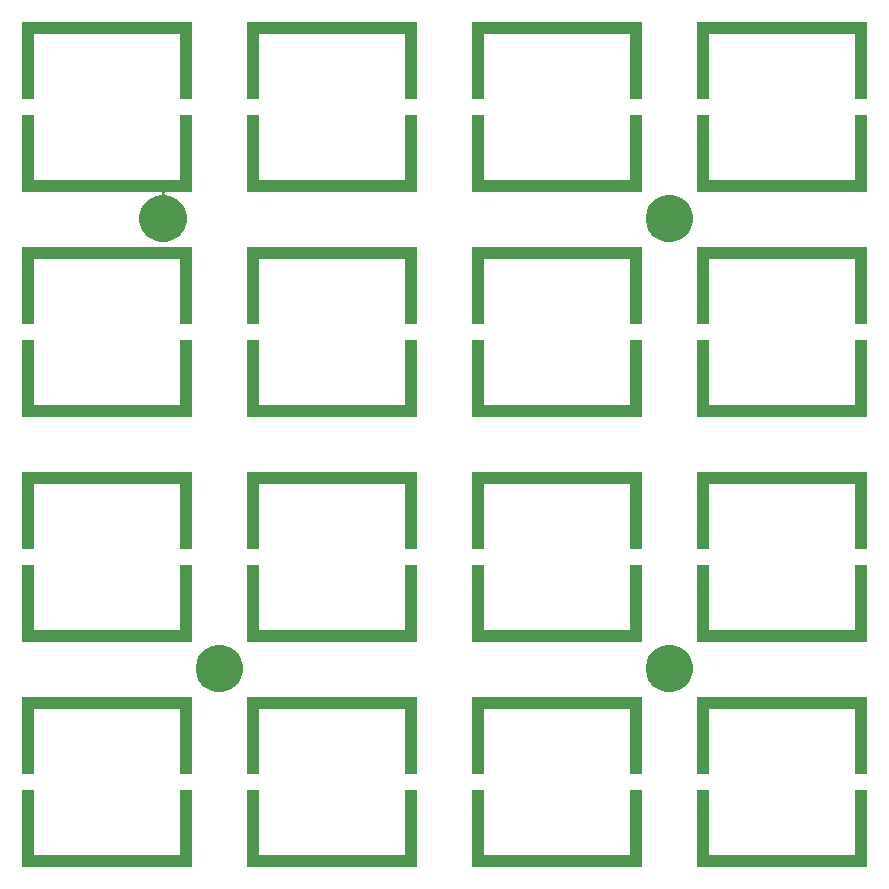
<source format=gbs>
G04 #@! TF.GenerationSoftware,KiCad,Pcbnew,(5.0.1)-3*
G04 #@! TF.CreationDate,2020-04-26T02:34:00+05:00*
G04 #@! TF.ProjectId,hybrid_plate,6879627269645F706C6174652E6B6963,rev?*
G04 #@! TF.SameCoordinates,Original*
G04 #@! TF.FileFunction,Soldermask,Bot*
G04 #@! TF.FilePolarity,Negative*
%FSLAX46Y46*%
G04 Gerber Fmt 4.6, Leading zero omitted, Abs format (unit mm)*
G04 Created by KiCad (PCBNEW (5.0.1)-3) date 26.04.2020 2:34:00*
%MOMM*%
%LPD*%
G01*
G04 APERTURE LIST*
%ADD10C,0.150000*%
G04 APERTURE END LIST*
D10*
G36*
X311869999Y-164339999D02*
X311869998Y-164339999D01*
X311870000Y-164340000D01*
X311870001Y-164340001D01*
X311870605Y-164346137D01*
X311870605Y-169714395D01*
X311873007Y-169738781D01*
X311880120Y-169762230D01*
X311891671Y-169783841D01*
X311907217Y-169802783D01*
X311926159Y-169818329D01*
X311947770Y-169829880D01*
X311971219Y-169836993D01*
X311995605Y-169839395D01*
X324144395Y-169839395D01*
X324168781Y-169836993D01*
X324192230Y-169829880D01*
X324213841Y-169818329D01*
X324232783Y-169802783D01*
X324248329Y-169783841D01*
X324259880Y-169762230D01*
X324266993Y-169738781D01*
X324269395Y-169714395D01*
X324269395Y-164346137D01*
X324269999Y-164340001D01*
X324270000Y-164340000D01*
X324270002Y-164339999D01*
X324270001Y-164339999D01*
X324276137Y-164339395D01*
X325263863Y-164339395D01*
X325269999Y-164339999D01*
X325269998Y-164339999D01*
X325270000Y-164340000D01*
X325270001Y-164340001D01*
X325270605Y-164346137D01*
X325270605Y-170833863D01*
X325270001Y-170839999D01*
X325269999Y-170840001D01*
X325263863Y-170840605D01*
X310876137Y-170840605D01*
X310870001Y-170840001D01*
X310869999Y-170839999D01*
X310869395Y-170833863D01*
X310869395Y-164346137D01*
X310869999Y-164340001D01*
X310870000Y-164340000D01*
X310870002Y-164339999D01*
X310870001Y-164339999D01*
X310876137Y-164339395D01*
X311863863Y-164339395D01*
X311869999Y-164339999D01*
X311869999Y-164339999D01*
G37*
G36*
X292819999Y-164339999D02*
X292819998Y-164339999D01*
X292820000Y-164340000D01*
X292820001Y-164340001D01*
X292820605Y-164346137D01*
X292820605Y-169714395D01*
X292823007Y-169738781D01*
X292830120Y-169762230D01*
X292841671Y-169783841D01*
X292857217Y-169802783D01*
X292876159Y-169818329D01*
X292897770Y-169829880D01*
X292921219Y-169836993D01*
X292945605Y-169839395D01*
X305094395Y-169839395D01*
X305118781Y-169836993D01*
X305142230Y-169829880D01*
X305163841Y-169818329D01*
X305182783Y-169802783D01*
X305198329Y-169783841D01*
X305209880Y-169762230D01*
X305216993Y-169738781D01*
X305219395Y-169714395D01*
X305219395Y-164346137D01*
X305219999Y-164340001D01*
X305220000Y-164340000D01*
X305220002Y-164339999D01*
X305220001Y-164339999D01*
X305226137Y-164339395D01*
X306213863Y-164339395D01*
X306219999Y-164339999D01*
X306219998Y-164339999D01*
X306220000Y-164340000D01*
X306220001Y-164340001D01*
X306220605Y-164346137D01*
X306220605Y-170833863D01*
X306220001Y-170839999D01*
X306219999Y-170840001D01*
X306213863Y-170840605D01*
X291826137Y-170840605D01*
X291820001Y-170840001D01*
X291819999Y-170839999D01*
X291819395Y-170833863D01*
X291819395Y-164346137D01*
X291819999Y-164340001D01*
X291820000Y-164340000D01*
X291820002Y-164339999D01*
X291820001Y-164339999D01*
X291826137Y-164339395D01*
X292813863Y-164339395D01*
X292819999Y-164339999D01*
X292819999Y-164339999D01*
G37*
G36*
X273769999Y-164339999D02*
X273769998Y-164339999D01*
X273770000Y-164340000D01*
X273770001Y-164340001D01*
X273770605Y-164346137D01*
X273770605Y-169714395D01*
X273773007Y-169738781D01*
X273780120Y-169762230D01*
X273791671Y-169783841D01*
X273807217Y-169802783D01*
X273826159Y-169818329D01*
X273847770Y-169829880D01*
X273871219Y-169836993D01*
X273895605Y-169839395D01*
X286044395Y-169839395D01*
X286068781Y-169836993D01*
X286092230Y-169829880D01*
X286113841Y-169818329D01*
X286132783Y-169802783D01*
X286148329Y-169783841D01*
X286159880Y-169762230D01*
X286166993Y-169738781D01*
X286169395Y-169714395D01*
X286169395Y-164346137D01*
X286169999Y-164340001D01*
X286170000Y-164340000D01*
X286170002Y-164339999D01*
X286170001Y-164339999D01*
X286176137Y-164339395D01*
X287163863Y-164339395D01*
X287169999Y-164339999D01*
X287169998Y-164339999D01*
X287170000Y-164340000D01*
X287170001Y-164340001D01*
X287170605Y-164346137D01*
X287170605Y-170833863D01*
X287170001Y-170839999D01*
X287169999Y-170840001D01*
X287163863Y-170840605D01*
X272776137Y-170840605D01*
X272770001Y-170840001D01*
X272769999Y-170839999D01*
X272769395Y-170833863D01*
X272769395Y-164346137D01*
X272769999Y-164340001D01*
X272770000Y-164340000D01*
X272770002Y-164339999D01*
X272770001Y-164339999D01*
X272776137Y-164339395D01*
X273763863Y-164339395D01*
X273769999Y-164339999D01*
X273769999Y-164339999D01*
G37*
G36*
X254719999Y-164339999D02*
X254719998Y-164339999D01*
X254720000Y-164340000D01*
X254720001Y-164340001D01*
X254720605Y-164346137D01*
X254720605Y-169714395D01*
X254723007Y-169738781D01*
X254730120Y-169762230D01*
X254741671Y-169783841D01*
X254757217Y-169802783D01*
X254776159Y-169818329D01*
X254797770Y-169829880D01*
X254821219Y-169836993D01*
X254845605Y-169839395D01*
X266994395Y-169839395D01*
X267018781Y-169836993D01*
X267042230Y-169829880D01*
X267063841Y-169818329D01*
X267082783Y-169802783D01*
X267098329Y-169783841D01*
X267109880Y-169762230D01*
X267116993Y-169738781D01*
X267119395Y-169714395D01*
X267119395Y-164346137D01*
X267119999Y-164340001D01*
X267120001Y-164339999D01*
X267126137Y-164339395D01*
X268113863Y-164339395D01*
X268119999Y-164339999D01*
X268119998Y-164339999D01*
X268120000Y-164340000D01*
X268120001Y-164340001D01*
X268120605Y-164346137D01*
X268120605Y-170833863D01*
X268120001Y-170839999D01*
X268119999Y-170840001D01*
X268113863Y-170840605D01*
X253726137Y-170840605D01*
X253720001Y-170840001D01*
X253719999Y-170839999D01*
X253719395Y-170833863D01*
X253719395Y-164346137D01*
X253719999Y-164340001D01*
X253720001Y-164339999D01*
X253726137Y-164339395D01*
X254713863Y-164339395D01*
X254719999Y-164339999D01*
X254719999Y-164339999D01*
G37*
G36*
X325269999Y-156439999D02*
X325269998Y-156439999D01*
X325270000Y-156440000D01*
X325270001Y-156440001D01*
X325270605Y-156446137D01*
X325270605Y-162933863D01*
X325270001Y-162939999D01*
X325269999Y-162940001D01*
X325263863Y-162940605D01*
X324276137Y-162940605D01*
X324270001Y-162940001D01*
X324269999Y-162939999D01*
X324269395Y-162933863D01*
X324269395Y-157565605D01*
X324266993Y-157541219D01*
X324259880Y-157517770D01*
X324248329Y-157496159D01*
X324232783Y-157477217D01*
X324213841Y-157461671D01*
X324192230Y-157450120D01*
X324168781Y-157443007D01*
X324144395Y-157440605D01*
X311995605Y-157440605D01*
X311971219Y-157443007D01*
X311947770Y-157450120D01*
X311926159Y-157461671D01*
X311907217Y-157477217D01*
X311891671Y-157496159D01*
X311880120Y-157517770D01*
X311873007Y-157541219D01*
X311870605Y-157565605D01*
X311870605Y-162933863D01*
X311870001Y-162939999D01*
X311869999Y-162940001D01*
X311863863Y-162940605D01*
X310876137Y-162940605D01*
X310870001Y-162940001D01*
X310869999Y-162939999D01*
X310869395Y-162933863D01*
X310869395Y-156446137D01*
X310869999Y-156440001D01*
X310870000Y-156440000D01*
X310870002Y-156439999D01*
X310870001Y-156439999D01*
X310876137Y-156439395D01*
X325263863Y-156439395D01*
X325269999Y-156439999D01*
X325269999Y-156439999D01*
G37*
G36*
X306219999Y-156439999D02*
X306219998Y-156439999D01*
X306220000Y-156440000D01*
X306220001Y-156440001D01*
X306220605Y-156446137D01*
X306220605Y-162933863D01*
X306220001Y-162939999D01*
X306219999Y-162940001D01*
X306213863Y-162940605D01*
X305226137Y-162940605D01*
X305220001Y-162940001D01*
X305219999Y-162939999D01*
X305219395Y-162933863D01*
X305219395Y-157565605D01*
X305216993Y-157541219D01*
X305209880Y-157517770D01*
X305198329Y-157496159D01*
X305182783Y-157477217D01*
X305163841Y-157461671D01*
X305142230Y-157450120D01*
X305118781Y-157443007D01*
X305094395Y-157440605D01*
X292945605Y-157440605D01*
X292921219Y-157443007D01*
X292897770Y-157450120D01*
X292876159Y-157461671D01*
X292857217Y-157477217D01*
X292841671Y-157496159D01*
X292830120Y-157517770D01*
X292823007Y-157541219D01*
X292820605Y-157565605D01*
X292820605Y-162933863D01*
X292820001Y-162939999D01*
X292819999Y-162940001D01*
X292813863Y-162940605D01*
X291826137Y-162940605D01*
X291820001Y-162940001D01*
X291819999Y-162939999D01*
X291819395Y-162933863D01*
X291819395Y-156446137D01*
X291819999Y-156440001D01*
X291820000Y-156440000D01*
X291820002Y-156439999D01*
X291820001Y-156439999D01*
X291826137Y-156439395D01*
X306213863Y-156439395D01*
X306219999Y-156439999D01*
X306219999Y-156439999D01*
G37*
G36*
X287169999Y-156439999D02*
X287169998Y-156439999D01*
X287170000Y-156440000D01*
X287170001Y-156440001D01*
X287170605Y-156446137D01*
X287170605Y-162933863D01*
X287170001Y-162939999D01*
X287169999Y-162940001D01*
X287163863Y-162940605D01*
X286176137Y-162940605D01*
X286170001Y-162940001D01*
X286169999Y-162939999D01*
X286169395Y-162933863D01*
X286169395Y-157565605D01*
X286166993Y-157541219D01*
X286159880Y-157517770D01*
X286148329Y-157496159D01*
X286132783Y-157477217D01*
X286113841Y-157461671D01*
X286092230Y-157450120D01*
X286068781Y-157443007D01*
X286044395Y-157440605D01*
X273895605Y-157440605D01*
X273871219Y-157443007D01*
X273847770Y-157450120D01*
X273826159Y-157461671D01*
X273807217Y-157477217D01*
X273791671Y-157496159D01*
X273780120Y-157517770D01*
X273773007Y-157541219D01*
X273770605Y-157565605D01*
X273770605Y-162933863D01*
X273770001Y-162939999D01*
X273769999Y-162940001D01*
X273763863Y-162940605D01*
X272776137Y-162940605D01*
X272770001Y-162940001D01*
X272769999Y-162939999D01*
X272769395Y-162933863D01*
X272769395Y-156446137D01*
X272769999Y-156440001D01*
X272770000Y-156440000D01*
X272770002Y-156439999D01*
X272770001Y-156439999D01*
X272776137Y-156439395D01*
X287163863Y-156439395D01*
X287169999Y-156439999D01*
X287169999Y-156439999D01*
G37*
G36*
X268119999Y-156439999D02*
X268119998Y-156439999D01*
X268120000Y-156440000D01*
X268120001Y-156440001D01*
X268120605Y-156446137D01*
X268120605Y-162933863D01*
X268120001Y-162939999D01*
X268119999Y-162940001D01*
X268113863Y-162940605D01*
X267126137Y-162940605D01*
X267120001Y-162940001D01*
X267119999Y-162939999D01*
X267119395Y-162933863D01*
X267119395Y-157565605D01*
X267116993Y-157541219D01*
X267109880Y-157517770D01*
X267098329Y-157496159D01*
X267082783Y-157477217D01*
X267063841Y-157461671D01*
X267042230Y-157450120D01*
X267018781Y-157443007D01*
X266994395Y-157440605D01*
X254845605Y-157440605D01*
X254821219Y-157443007D01*
X254797770Y-157450120D01*
X254776159Y-157461671D01*
X254757217Y-157477217D01*
X254741671Y-157496159D01*
X254730120Y-157517770D01*
X254723007Y-157541219D01*
X254720605Y-157565605D01*
X254720605Y-162933863D01*
X254720001Y-162939999D01*
X254719999Y-162940001D01*
X254713863Y-162940605D01*
X253726137Y-162940605D01*
X253720001Y-162940001D01*
X253719999Y-162939999D01*
X253719395Y-162933863D01*
X253719395Y-156446137D01*
X253719999Y-156440001D01*
X253720001Y-156439999D01*
X253726137Y-156439395D01*
X268113863Y-156439395D01*
X268119999Y-156439999D01*
X268119999Y-156439999D01*
G37*
G36*
X309103378Y-152116859D02*
X309467354Y-152267622D01*
X309794929Y-152486501D01*
X310073499Y-152765071D01*
X310292378Y-153092646D01*
X310443141Y-153456622D01*
X310520000Y-153843016D01*
X310520000Y-154236984D01*
X310443141Y-154623378D01*
X310292378Y-154987354D01*
X310073499Y-155314929D01*
X309794929Y-155593499D01*
X309467354Y-155812378D01*
X309103378Y-155963141D01*
X308716984Y-156040000D01*
X308323016Y-156040000D01*
X307936622Y-155963141D01*
X307572646Y-155812378D01*
X307245071Y-155593499D01*
X306966501Y-155314929D01*
X306747622Y-154987354D01*
X306596859Y-154623378D01*
X306520000Y-154236984D01*
X306520000Y-153843016D01*
X306596859Y-153456622D01*
X306747622Y-153092646D01*
X306966501Y-152765071D01*
X307245071Y-152486501D01*
X307572646Y-152267622D01*
X307936622Y-152116859D01*
X308323016Y-152040000D01*
X308716984Y-152040000D01*
X309103378Y-152116859D01*
X309103378Y-152116859D01*
G37*
G36*
X271003378Y-152116859D02*
X271367354Y-152267622D01*
X271694929Y-152486501D01*
X271973499Y-152765071D01*
X272192378Y-153092646D01*
X272343141Y-153456622D01*
X272420000Y-153843016D01*
X272420000Y-154236984D01*
X272343141Y-154623378D01*
X272192378Y-154987354D01*
X271973499Y-155314929D01*
X271694929Y-155593499D01*
X271367354Y-155812378D01*
X271003378Y-155963141D01*
X270616984Y-156040000D01*
X270223016Y-156040000D01*
X269836622Y-155963141D01*
X269472646Y-155812378D01*
X269145071Y-155593499D01*
X268866501Y-155314929D01*
X268647622Y-154987354D01*
X268496859Y-154623378D01*
X268420000Y-154236984D01*
X268420000Y-153843016D01*
X268496859Y-153456622D01*
X268647622Y-153092646D01*
X268866501Y-152765071D01*
X269145071Y-152486501D01*
X269472646Y-152267622D01*
X269836622Y-152116859D01*
X270223016Y-152040000D01*
X270616984Y-152040000D01*
X271003378Y-152116859D01*
X271003378Y-152116859D01*
G37*
G36*
X292819999Y-145289999D02*
X292819998Y-145289999D01*
X292820000Y-145290000D01*
X292820001Y-145290001D01*
X292820605Y-145296137D01*
X292820605Y-150664395D01*
X292823007Y-150688781D01*
X292830120Y-150712230D01*
X292841671Y-150733841D01*
X292857217Y-150752783D01*
X292876159Y-150768329D01*
X292897770Y-150779880D01*
X292921219Y-150786993D01*
X292945605Y-150789395D01*
X305094395Y-150789395D01*
X305118781Y-150786993D01*
X305142230Y-150779880D01*
X305163841Y-150768329D01*
X305182783Y-150752783D01*
X305198329Y-150733841D01*
X305209880Y-150712230D01*
X305216993Y-150688781D01*
X305219395Y-150664395D01*
X305219395Y-145296137D01*
X305219999Y-145290001D01*
X305220000Y-145290000D01*
X305220002Y-145289999D01*
X305220001Y-145289999D01*
X305226137Y-145289395D01*
X306213863Y-145289395D01*
X306219999Y-145289999D01*
X306219998Y-145289999D01*
X306220000Y-145290000D01*
X306220001Y-145290001D01*
X306220605Y-145296137D01*
X306220605Y-151783863D01*
X306220001Y-151789999D01*
X306219999Y-151790001D01*
X306213863Y-151790605D01*
X291826137Y-151790605D01*
X291820001Y-151790001D01*
X291819999Y-151789999D01*
X291819395Y-151783863D01*
X291819395Y-145296137D01*
X291819999Y-145290001D01*
X291820000Y-145290000D01*
X291820002Y-145289999D01*
X291820001Y-145289999D01*
X291826137Y-145289395D01*
X292813863Y-145289395D01*
X292819999Y-145289999D01*
X292819999Y-145289999D01*
G37*
G36*
X273769999Y-145289999D02*
X273769998Y-145289999D01*
X273770000Y-145290000D01*
X273770001Y-145290001D01*
X273770605Y-145296137D01*
X273770605Y-150664395D01*
X273773007Y-150688781D01*
X273780120Y-150712230D01*
X273791671Y-150733841D01*
X273807217Y-150752783D01*
X273826159Y-150768329D01*
X273847770Y-150779880D01*
X273871219Y-150786993D01*
X273895605Y-150789395D01*
X286044395Y-150789395D01*
X286068781Y-150786993D01*
X286092230Y-150779880D01*
X286113841Y-150768329D01*
X286132783Y-150752783D01*
X286148329Y-150733841D01*
X286159880Y-150712230D01*
X286166993Y-150688781D01*
X286169395Y-150664395D01*
X286169395Y-145296137D01*
X286169999Y-145290001D01*
X286170000Y-145290000D01*
X286170002Y-145289999D01*
X286170001Y-145289999D01*
X286176137Y-145289395D01*
X287163863Y-145289395D01*
X287169999Y-145289999D01*
X287169998Y-145289999D01*
X287170000Y-145290000D01*
X287170001Y-145290001D01*
X287170605Y-145296137D01*
X287170605Y-151783863D01*
X287170001Y-151789999D01*
X287169999Y-151790001D01*
X287163863Y-151790605D01*
X272776137Y-151790605D01*
X272770001Y-151790001D01*
X272769999Y-151789999D01*
X272769395Y-151783863D01*
X272769395Y-145296137D01*
X272769999Y-145290001D01*
X272770000Y-145290000D01*
X272770002Y-145289999D01*
X272770001Y-145289999D01*
X272776137Y-145289395D01*
X273763863Y-145289395D01*
X273769999Y-145289999D01*
X273769999Y-145289999D01*
G37*
G36*
X254719999Y-145289999D02*
X254719998Y-145289999D01*
X254720000Y-145290000D01*
X254720001Y-145290001D01*
X254720605Y-145296137D01*
X254720605Y-150664395D01*
X254723007Y-150688781D01*
X254730120Y-150712230D01*
X254741671Y-150733841D01*
X254757217Y-150752783D01*
X254776159Y-150768329D01*
X254797770Y-150779880D01*
X254821219Y-150786993D01*
X254845605Y-150789395D01*
X266994395Y-150789395D01*
X267018781Y-150786993D01*
X267042230Y-150779880D01*
X267063841Y-150768329D01*
X267082783Y-150752783D01*
X267098329Y-150733841D01*
X267109880Y-150712230D01*
X267116993Y-150688781D01*
X267119395Y-150664395D01*
X267119395Y-145296137D01*
X267119999Y-145290001D01*
X267120001Y-145289999D01*
X267126137Y-145289395D01*
X268113863Y-145289395D01*
X268119999Y-145289999D01*
X268119998Y-145289999D01*
X268120000Y-145290000D01*
X268120001Y-145290001D01*
X268120605Y-145296137D01*
X268120605Y-151783863D01*
X268120001Y-151789999D01*
X268119999Y-151790001D01*
X268113863Y-151790605D01*
X253726137Y-151790605D01*
X253720001Y-151790001D01*
X253719999Y-151789999D01*
X253719395Y-151783863D01*
X253719395Y-145296137D01*
X253719999Y-145290001D01*
X253720001Y-145289999D01*
X253726137Y-145289395D01*
X254713863Y-145289395D01*
X254719999Y-145289999D01*
X254719999Y-145289999D01*
G37*
G36*
X311869999Y-145289999D02*
X311869998Y-145289999D01*
X311870000Y-145290000D01*
X311870001Y-145290001D01*
X311870605Y-145296137D01*
X311870605Y-150664395D01*
X311873007Y-150688781D01*
X311880120Y-150712230D01*
X311891671Y-150733841D01*
X311907217Y-150752783D01*
X311926159Y-150768329D01*
X311947770Y-150779880D01*
X311971219Y-150786993D01*
X311995605Y-150789395D01*
X324144395Y-150789395D01*
X324168781Y-150786993D01*
X324192230Y-150779880D01*
X324213841Y-150768329D01*
X324232783Y-150752783D01*
X324248329Y-150733841D01*
X324259880Y-150712230D01*
X324266993Y-150688781D01*
X324269395Y-150664395D01*
X324269395Y-145296137D01*
X324269999Y-145290001D01*
X324270000Y-145290000D01*
X324270002Y-145289999D01*
X324270001Y-145289999D01*
X324276137Y-145289395D01*
X325263863Y-145289395D01*
X325269999Y-145289999D01*
X325269998Y-145289999D01*
X325270000Y-145290000D01*
X325270001Y-145290001D01*
X325270605Y-145296137D01*
X325270605Y-151783863D01*
X325270001Y-151789999D01*
X325269999Y-151790001D01*
X325263863Y-151790605D01*
X310876137Y-151790605D01*
X310870001Y-151790001D01*
X310869999Y-151789999D01*
X310869395Y-151783863D01*
X310869395Y-145296137D01*
X310869999Y-145290001D01*
X310870000Y-145290000D01*
X310870002Y-145289999D01*
X310870001Y-145289999D01*
X310876137Y-145289395D01*
X311863863Y-145289395D01*
X311869999Y-145289999D01*
X311869999Y-145289999D01*
G37*
G36*
X325269999Y-137389999D02*
X325269998Y-137389999D01*
X325270000Y-137390000D01*
X325270001Y-137390001D01*
X325270605Y-137396137D01*
X325270605Y-143883863D01*
X325270001Y-143889999D01*
X325269999Y-143890001D01*
X325263863Y-143890605D01*
X324276137Y-143890605D01*
X324270001Y-143890001D01*
X324269999Y-143889999D01*
X324269395Y-143883863D01*
X324269395Y-138515605D01*
X324266993Y-138491219D01*
X324259880Y-138467770D01*
X324248329Y-138446159D01*
X324232783Y-138427217D01*
X324213841Y-138411671D01*
X324192230Y-138400120D01*
X324168781Y-138393007D01*
X324144395Y-138390605D01*
X311995605Y-138390605D01*
X311971219Y-138393007D01*
X311947770Y-138400120D01*
X311926159Y-138411671D01*
X311907217Y-138427217D01*
X311891671Y-138446159D01*
X311880120Y-138467770D01*
X311873007Y-138491219D01*
X311870605Y-138515605D01*
X311870605Y-143883863D01*
X311870001Y-143889999D01*
X311869999Y-143890001D01*
X311863863Y-143890605D01*
X310876137Y-143890605D01*
X310870001Y-143890001D01*
X310869999Y-143889999D01*
X310869395Y-143883863D01*
X310869395Y-137396137D01*
X310869999Y-137390001D01*
X310870000Y-137390000D01*
X310870002Y-137389999D01*
X310870001Y-137389999D01*
X310876137Y-137389395D01*
X325263863Y-137389395D01*
X325269999Y-137389999D01*
X325269999Y-137389999D01*
G37*
G36*
X268119999Y-137389999D02*
X268119998Y-137389999D01*
X268120000Y-137390000D01*
X268120001Y-137390001D01*
X268120605Y-137396137D01*
X268120605Y-143883863D01*
X268120001Y-143889999D01*
X268119999Y-143890001D01*
X268113863Y-143890605D01*
X267126137Y-143890605D01*
X267120001Y-143890001D01*
X267119999Y-143889999D01*
X267119395Y-143883863D01*
X267119395Y-138515605D01*
X267116993Y-138491219D01*
X267109880Y-138467770D01*
X267098329Y-138446159D01*
X267082783Y-138427217D01*
X267063841Y-138411671D01*
X267042230Y-138400120D01*
X267018781Y-138393007D01*
X266994395Y-138390605D01*
X254845605Y-138390605D01*
X254821219Y-138393007D01*
X254797770Y-138400120D01*
X254776159Y-138411671D01*
X254757217Y-138427217D01*
X254741671Y-138446159D01*
X254730120Y-138467770D01*
X254723007Y-138491219D01*
X254720605Y-138515605D01*
X254720605Y-143883863D01*
X254720001Y-143889999D01*
X254719999Y-143890001D01*
X254713863Y-143890605D01*
X253726137Y-143890605D01*
X253720001Y-143890001D01*
X253719999Y-143889999D01*
X253719395Y-143883863D01*
X253719395Y-137396137D01*
X253719999Y-137390001D01*
X253720001Y-137389999D01*
X253726137Y-137389395D01*
X268113863Y-137389395D01*
X268119999Y-137389999D01*
X268119999Y-137389999D01*
G37*
G36*
X287169999Y-137389999D02*
X287169998Y-137389999D01*
X287170000Y-137390000D01*
X287170001Y-137390001D01*
X287170605Y-137396137D01*
X287170605Y-143883863D01*
X287170001Y-143889999D01*
X287169999Y-143890001D01*
X287163863Y-143890605D01*
X286176137Y-143890605D01*
X286170001Y-143890001D01*
X286169999Y-143889999D01*
X286169395Y-143883863D01*
X286169395Y-138515605D01*
X286166993Y-138491219D01*
X286159880Y-138467770D01*
X286148329Y-138446159D01*
X286132783Y-138427217D01*
X286113841Y-138411671D01*
X286092230Y-138400120D01*
X286068781Y-138393007D01*
X286044395Y-138390605D01*
X273895605Y-138390605D01*
X273871219Y-138393007D01*
X273847770Y-138400120D01*
X273826159Y-138411671D01*
X273807217Y-138427217D01*
X273791671Y-138446159D01*
X273780120Y-138467770D01*
X273773007Y-138491219D01*
X273770605Y-138515605D01*
X273770605Y-143883863D01*
X273770001Y-143889999D01*
X273769999Y-143890001D01*
X273763863Y-143890605D01*
X272776137Y-143890605D01*
X272770001Y-143890001D01*
X272769999Y-143889999D01*
X272769395Y-143883863D01*
X272769395Y-137396137D01*
X272769999Y-137390001D01*
X272770000Y-137390000D01*
X272770002Y-137389999D01*
X272770001Y-137389999D01*
X272776137Y-137389395D01*
X287163863Y-137389395D01*
X287169999Y-137389999D01*
X287169999Y-137389999D01*
G37*
G36*
X306219999Y-137389999D02*
X306219998Y-137389999D01*
X306220000Y-137390000D01*
X306220001Y-137390001D01*
X306220605Y-137396137D01*
X306220605Y-143883863D01*
X306220001Y-143889999D01*
X306219999Y-143890001D01*
X306213863Y-143890605D01*
X305226137Y-143890605D01*
X305220001Y-143890001D01*
X305219999Y-143889999D01*
X305219395Y-143883863D01*
X305219395Y-138515605D01*
X305216993Y-138491219D01*
X305209880Y-138467770D01*
X305198329Y-138446159D01*
X305182783Y-138427217D01*
X305163841Y-138411671D01*
X305142230Y-138400120D01*
X305118781Y-138393007D01*
X305094395Y-138390605D01*
X292945605Y-138390605D01*
X292921219Y-138393007D01*
X292897770Y-138400120D01*
X292876159Y-138411671D01*
X292857217Y-138427217D01*
X292841671Y-138446159D01*
X292830120Y-138467770D01*
X292823007Y-138491219D01*
X292820605Y-138515605D01*
X292820605Y-143883863D01*
X292820001Y-143889999D01*
X292819999Y-143890001D01*
X292813863Y-143890605D01*
X291826137Y-143890605D01*
X291820001Y-143890001D01*
X291819999Y-143889999D01*
X291819395Y-143883863D01*
X291819395Y-137396137D01*
X291819999Y-137390001D01*
X291820000Y-137390000D01*
X291820002Y-137389999D01*
X291820001Y-137389999D01*
X291826137Y-137389395D01*
X306213863Y-137389395D01*
X306219999Y-137389999D01*
X306219999Y-137389999D01*
G37*
G36*
X311869999Y-126239999D02*
X311869998Y-126239999D01*
X311870000Y-126240000D01*
X311870001Y-126240001D01*
X311870605Y-126246137D01*
X311870605Y-131614395D01*
X311873007Y-131638781D01*
X311880120Y-131662230D01*
X311891671Y-131683841D01*
X311907217Y-131702783D01*
X311926159Y-131718329D01*
X311947770Y-131729880D01*
X311971219Y-131736993D01*
X311995605Y-131739395D01*
X324144395Y-131739395D01*
X324168781Y-131736993D01*
X324192230Y-131729880D01*
X324213841Y-131718329D01*
X324232783Y-131702783D01*
X324248329Y-131683841D01*
X324259880Y-131662230D01*
X324266993Y-131638781D01*
X324269395Y-131614395D01*
X324269395Y-126246137D01*
X324269999Y-126240001D01*
X324270000Y-126240000D01*
X324270002Y-126239999D01*
X324270001Y-126239999D01*
X324276137Y-126239395D01*
X325263863Y-126239395D01*
X325269999Y-126239999D01*
X325269998Y-126239999D01*
X325270000Y-126240000D01*
X325270001Y-126240001D01*
X325270605Y-126246137D01*
X325270605Y-132733863D01*
X325270001Y-132739999D01*
X325269999Y-132740001D01*
X325263863Y-132740605D01*
X310876137Y-132740605D01*
X310870001Y-132740001D01*
X310869999Y-132739999D01*
X310869395Y-132733863D01*
X310869395Y-126246137D01*
X310869999Y-126240001D01*
X310870000Y-126240000D01*
X310870002Y-126239999D01*
X310870001Y-126239999D01*
X310876137Y-126239395D01*
X311863863Y-126239395D01*
X311869999Y-126239999D01*
X311869999Y-126239999D01*
G37*
G36*
X292819999Y-126239999D02*
X292819998Y-126239999D01*
X292820000Y-126240000D01*
X292820001Y-126240001D01*
X292820605Y-126246137D01*
X292820605Y-131614395D01*
X292823007Y-131638781D01*
X292830120Y-131662230D01*
X292841671Y-131683841D01*
X292857217Y-131702783D01*
X292876159Y-131718329D01*
X292897770Y-131729880D01*
X292921219Y-131736993D01*
X292945605Y-131739395D01*
X305094395Y-131739395D01*
X305118781Y-131736993D01*
X305142230Y-131729880D01*
X305163841Y-131718329D01*
X305182783Y-131702783D01*
X305198329Y-131683841D01*
X305209880Y-131662230D01*
X305216993Y-131638781D01*
X305219395Y-131614395D01*
X305219395Y-126246137D01*
X305219999Y-126240001D01*
X305220000Y-126240000D01*
X305220002Y-126239999D01*
X305220001Y-126239999D01*
X305226137Y-126239395D01*
X306213863Y-126239395D01*
X306219999Y-126239999D01*
X306219998Y-126239999D01*
X306220000Y-126240000D01*
X306220001Y-126240001D01*
X306220605Y-126246137D01*
X306220605Y-132733863D01*
X306220001Y-132739999D01*
X306219999Y-132740001D01*
X306213863Y-132740605D01*
X291826137Y-132740605D01*
X291820001Y-132740001D01*
X291819999Y-132739999D01*
X291819395Y-132733863D01*
X291819395Y-126246137D01*
X291819999Y-126240001D01*
X291820000Y-126240000D01*
X291820002Y-126239999D01*
X291820001Y-126239999D01*
X291826137Y-126239395D01*
X292813863Y-126239395D01*
X292819999Y-126239999D01*
X292819999Y-126239999D01*
G37*
G36*
X273769999Y-126239999D02*
X273769998Y-126239999D01*
X273770000Y-126240000D01*
X273770001Y-126240001D01*
X273770605Y-126246137D01*
X273770605Y-131614395D01*
X273773007Y-131638781D01*
X273780120Y-131662230D01*
X273791671Y-131683841D01*
X273807217Y-131702783D01*
X273826159Y-131718329D01*
X273847770Y-131729880D01*
X273871219Y-131736993D01*
X273895605Y-131739395D01*
X286044395Y-131739395D01*
X286068781Y-131736993D01*
X286092230Y-131729880D01*
X286113841Y-131718329D01*
X286132783Y-131702783D01*
X286148329Y-131683841D01*
X286159880Y-131662230D01*
X286166993Y-131638781D01*
X286169395Y-131614395D01*
X286169395Y-126246137D01*
X286169999Y-126240001D01*
X286170000Y-126240000D01*
X286170002Y-126239999D01*
X286170001Y-126239999D01*
X286176137Y-126239395D01*
X287163863Y-126239395D01*
X287169999Y-126239999D01*
X287169998Y-126239999D01*
X287170000Y-126240000D01*
X287170001Y-126240001D01*
X287170605Y-126246137D01*
X287170605Y-132733863D01*
X287170001Y-132739999D01*
X287169999Y-132740001D01*
X287163863Y-132740605D01*
X272776137Y-132740605D01*
X272770001Y-132740001D01*
X272769999Y-132739999D01*
X272769395Y-132733863D01*
X272769395Y-126246137D01*
X272769999Y-126240001D01*
X272770000Y-126240000D01*
X272770002Y-126239999D01*
X272770001Y-126239999D01*
X272776137Y-126239395D01*
X273763863Y-126239395D01*
X273769999Y-126239999D01*
X273769999Y-126239999D01*
G37*
G36*
X254719999Y-126239999D02*
X254719998Y-126239999D01*
X254720000Y-126240000D01*
X254720001Y-126240001D01*
X254720605Y-126246137D01*
X254720605Y-131614395D01*
X254723007Y-131638781D01*
X254730120Y-131662230D01*
X254741671Y-131683841D01*
X254757217Y-131702783D01*
X254776159Y-131718329D01*
X254797770Y-131729880D01*
X254821219Y-131736993D01*
X254845605Y-131739395D01*
X266994395Y-131739395D01*
X267018781Y-131736993D01*
X267042230Y-131729880D01*
X267063841Y-131718329D01*
X267082783Y-131702783D01*
X267098329Y-131683841D01*
X267109880Y-131662230D01*
X267116993Y-131638781D01*
X267119395Y-131614395D01*
X267119395Y-126246137D01*
X267119999Y-126240001D01*
X267120001Y-126239999D01*
X267126137Y-126239395D01*
X268113863Y-126239395D01*
X268119999Y-126239999D01*
X268119998Y-126239999D01*
X268120000Y-126240000D01*
X268120001Y-126240001D01*
X268120605Y-126246137D01*
X268120605Y-132733863D01*
X268120001Y-132739999D01*
X268119999Y-132740001D01*
X268113863Y-132740605D01*
X253726137Y-132740605D01*
X253720001Y-132740001D01*
X253719999Y-132739999D01*
X253719395Y-132733863D01*
X253719395Y-126246137D01*
X253719999Y-126240001D01*
X253720001Y-126239999D01*
X253726137Y-126239395D01*
X254713863Y-126239395D01*
X254719999Y-126239999D01*
X254719999Y-126239999D01*
G37*
G36*
X325269999Y-118339999D02*
X325269998Y-118339999D01*
X325270000Y-118340000D01*
X325270001Y-118340001D01*
X325270605Y-118346137D01*
X325270605Y-124833863D01*
X325270001Y-124839999D01*
X325269999Y-124840001D01*
X325263863Y-124840605D01*
X324276137Y-124840605D01*
X324270001Y-124840001D01*
X324269999Y-124839999D01*
X324269395Y-124833863D01*
X324269395Y-119465605D01*
X324266993Y-119441219D01*
X324259880Y-119417770D01*
X324248329Y-119396159D01*
X324232783Y-119377217D01*
X324213841Y-119361671D01*
X324192230Y-119350120D01*
X324168781Y-119343007D01*
X324144395Y-119340605D01*
X311995605Y-119340605D01*
X311971219Y-119343007D01*
X311947770Y-119350120D01*
X311926159Y-119361671D01*
X311907217Y-119377217D01*
X311891671Y-119396159D01*
X311880120Y-119417770D01*
X311873007Y-119441219D01*
X311870605Y-119465605D01*
X311870605Y-124833863D01*
X311870001Y-124839999D01*
X311869999Y-124840001D01*
X311863863Y-124840605D01*
X310876137Y-124840605D01*
X310870001Y-124840001D01*
X310869999Y-124839999D01*
X310869395Y-124833863D01*
X310869395Y-118346137D01*
X310869999Y-118340001D01*
X310870000Y-118340000D01*
X310870002Y-118339999D01*
X310870001Y-118339999D01*
X310876137Y-118339395D01*
X325263863Y-118339395D01*
X325269999Y-118339999D01*
X325269999Y-118339999D01*
G37*
G36*
X268119999Y-118339999D02*
X268119998Y-118339999D01*
X268120000Y-118340000D01*
X268120001Y-118340001D01*
X268120605Y-118346137D01*
X268120605Y-124833863D01*
X268120001Y-124839999D01*
X268119999Y-124840001D01*
X268113863Y-124840605D01*
X267126137Y-124840605D01*
X267120001Y-124840001D01*
X267119999Y-124839999D01*
X267119395Y-124833863D01*
X267119395Y-119465605D01*
X267116993Y-119441219D01*
X267109880Y-119417770D01*
X267098329Y-119396159D01*
X267082783Y-119377217D01*
X267063841Y-119361671D01*
X267042230Y-119350120D01*
X267018781Y-119343007D01*
X266994395Y-119340605D01*
X254845605Y-119340605D01*
X254821219Y-119343007D01*
X254797770Y-119350120D01*
X254776159Y-119361671D01*
X254757217Y-119377217D01*
X254741671Y-119396159D01*
X254730120Y-119417770D01*
X254723007Y-119441219D01*
X254720605Y-119465605D01*
X254720605Y-124833863D01*
X254720001Y-124839999D01*
X254719999Y-124840001D01*
X254713863Y-124840605D01*
X253726137Y-124840605D01*
X253720001Y-124840001D01*
X253719999Y-124839999D01*
X253719395Y-124833863D01*
X253719395Y-118346137D01*
X253719999Y-118340001D01*
X253720001Y-118339999D01*
X253726137Y-118339395D01*
X268113863Y-118339395D01*
X268119999Y-118339999D01*
X268119999Y-118339999D01*
G37*
G36*
X306219999Y-118339999D02*
X306219998Y-118339999D01*
X306220000Y-118340000D01*
X306220001Y-118340001D01*
X306220605Y-118346137D01*
X306220605Y-124833863D01*
X306220001Y-124839999D01*
X306219999Y-124840001D01*
X306213863Y-124840605D01*
X305226137Y-124840605D01*
X305220001Y-124840001D01*
X305219999Y-124839999D01*
X305219395Y-124833863D01*
X305219395Y-119465605D01*
X305216993Y-119441219D01*
X305209880Y-119417770D01*
X305198329Y-119396159D01*
X305182783Y-119377217D01*
X305163841Y-119361671D01*
X305142230Y-119350120D01*
X305118781Y-119343007D01*
X305094395Y-119340605D01*
X292945605Y-119340605D01*
X292921219Y-119343007D01*
X292897770Y-119350120D01*
X292876159Y-119361671D01*
X292857217Y-119377217D01*
X292841671Y-119396159D01*
X292830120Y-119417770D01*
X292823007Y-119441219D01*
X292820605Y-119465605D01*
X292820605Y-124833863D01*
X292820001Y-124839999D01*
X292819999Y-124840001D01*
X292813863Y-124840605D01*
X291826137Y-124840605D01*
X291820001Y-124840001D01*
X291819999Y-124839999D01*
X291819395Y-124833863D01*
X291819395Y-118346137D01*
X291819999Y-118340001D01*
X291820000Y-118340000D01*
X291820002Y-118339999D01*
X291820001Y-118339999D01*
X291826137Y-118339395D01*
X306213863Y-118339395D01*
X306219999Y-118339999D01*
X306219999Y-118339999D01*
G37*
G36*
X287169999Y-118339999D02*
X287169998Y-118339999D01*
X287170000Y-118340000D01*
X287170001Y-118340001D01*
X287170605Y-118346137D01*
X287170605Y-124833863D01*
X287170001Y-124839999D01*
X287169999Y-124840001D01*
X287163863Y-124840605D01*
X286176137Y-124840605D01*
X286170001Y-124840001D01*
X286169999Y-124839999D01*
X286169395Y-124833863D01*
X286169395Y-119465605D01*
X286166993Y-119441219D01*
X286159880Y-119417770D01*
X286148329Y-119396159D01*
X286132783Y-119377217D01*
X286113841Y-119361671D01*
X286092230Y-119350120D01*
X286068781Y-119343007D01*
X286044395Y-119340605D01*
X273895605Y-119340605D01*
X273871219Y-119343007D01*
X273847770Y-119350120D01*
X273826159Y-119361671D01*
X273807217Y-119377217D01*
X273791671Y-119396159D01*
X273780120Y-119417770D01*
X273773007Y-119441219D01*
X273770605Y-119465605D01*
X273770605Y-124833863D01*
X273770001Y-124839999D01*
X273769999Y-124840001D01*
X273763863Y-124840605D01*
X272776137Y-124840605D01*
X272770001Y-124840001D01*
X272769999Y-124839999D01*
X272769395Y-124833863D01*
X272769395Y-118346137D01*
X272769999Y-118340001D01*
X272770000Y-118340000D01*
X272770002Y-118339999D01*
X272770001Y-118339999D01*
X272776137Y-118339395D01*
X287163863Y-118339395D01*
X287169999Y-118339999D01*
X287169999Y-118339999D01*
G37*
G36*
X254719999Y-107189999D02*
X254719998Y-107189999D01*
X254720000Y-107190000D01*
X254720001Y-107190001D01*
X254720605Y-107196137D01*
X254720605Y-112564395D01*
X254723007Y-112588781D01*
X254730120Y-112612230D01*
X254741671Y-112633841D01*
X254757217Y-112652783D01*
X254776159Y-112668329D01*
X254797770Y-112679880D01*
X254821219Y-112686993D01*
X254845605Y-112689395D01*
X266994395Y-112689395D01*
X267018781Y-112686993D01*
X267042230Y-112679880D01*
X267063841Y-112668329D01*
X267082783Y-112652783D01*
X267098329Y-112633841D01*
X267109880Y-112612230D01*
X267116993Y-112588781D01*
X267119395Y-112564395D01*
X267119395Y-107196137D01*
X267119999Y-107190001D01*
X267120001Y-107189999D01*
X267126137Y-107189395D01*
X268113863Y-107189395D01*
X268119999Y-107189999D01*
X268119998Y-107189999D01*
X268120000Y-107190000D01*
X268120001Y-107190001D01*
X268120605Y-107196137D01*
X268120605Y-113683863D01*
X268120001Y-113689999D01*
X268119999Y-113690001D01*
X268113863Y-113690605D01*
X265869836Y-113690605D01*
X265845450Y-113693007D01*
X265822001Y-113700120D01*
X265800390Y-113711671D01*
X265781448Y-113727217D01*
X265765902Y-113746159D01*
X265754351Y-113767770D01*
X265747238Y-113791219D01*
X265744836Y-113815605D01*
X265747238Y-113839991D01*
X265754351Y-113863440D01*
X265765902Y-113885051D01*
X265781448Y-113903993D01*
X265800390Y-113919539D01*
X265822001Y-113931090D01*
X265845450Y-113938203D01*
X266240878Y-114016859D01*
X266604854Y-114167622D01*
X266932429Y-114386501D01*
X267210999Y-114665071D01*
X267429878Y-114992646D01*
X267580641Y-115356622D01*
X267657500Y-115743016D01*
X267657500Y-116136984D01*
X267580641Y-116523378D01*
X267429878Y-116887354D01*
X267210999Y-117214929D01*
X266932429Y-117493499D01*
X266604854Y-117712378D01*
X266240878Y-117863141D01*
X265854484Y-117940000D01*
X265460516Y-117940000D01*
X265074122Y-117863141D01*
X264710146Y-117712378D01*
X264382571Y-117493499D01*
X264104001Y-117214929D01*
X263885122Y-116887354D01*
X263734359Y-116523378D01*
X263657500Y-116136984D01*
X263657500Y-115743016D01*
X263734359Y-115356622D01*
X263885122Y-114992646D01*
X264104001Y-114665071D01*
X264382571Y-114386501D01*
X264710146Y-114167622D01*
X265074122Y-114016859D01*
X265469550Y-113938203D01*
X265493000Y-113931090D01*
X265514610Y-113919539D01*
X265533552Y-113903993D01*
X265549098Y-113885051D01*
X265560649Y-113863440D01*
X265567762Y-113839991D01*
X265570164Y-113815605D01*
X265567762Y-113791219D01*
X265560649Y-113767769D01*
X265549098Y-113746159D01*
X265533552Y-113727217D01*
X265514610Y-113711671D01*
X265492999Y-113700120D01*
X265469550Y-113693007D01*
X265445164Y-113690605D01*
X253726137Y-113690605D01*
X253720001Y-113690001D01*
X253719999Y-113689999D01*
X253719395Y-113683863D01*
X253719395Y-107196137D01*
X253719999Y-107190001D01*
X253720001Y-107189999D01*
X253726137Y-107189395D01*
X254713863Y-107189395D01*
X254719999Y-107189999D01*
X254719999Y-107189999D01*
G37*
G36*
X309103378Y-114016859D02*
X309467354Y-114167622D01*
X309794929Y-114386501D01*
X310073499Y-114665071D01*
X310292378Y-114992646D01*
X310443141Y-115356622D01*
X310520000Y-115743016D01*
X310520000Y-116136984D01*
X310443141Y-116523378D01*
X310292378Y-116887354D01*
X310073499Y-117214929D01*
X309794929Y-117493499D01*
X309467354Y-117712378D01*
X309103378Y-117863141D01*
X308716984Y-117940000D01*
X308323016Y-117940000D01*
X307936622Y-117863141D01*
X307572646Y-117712378D01*
X307245071Y-117493499D01*
X306966501Y-117214929D01*
X306747622Y-116887354D01*
X306596859Y-116523378D01*
X306520000Y-116136984D01*
X306520000Y-115743016D01*
X306596859Y-115356622D01*
X306747622Y-114992646D01*
X306966501Y-114665071D01*
X307245071Y-114386501D01*
X307572646Y-114167622D01*
X307936622Y-114016859D01*
X308323016Y-113940000D01*
X308716984Y-113940000D01*
X309103378Y-114016859D01*
X309103378Y-114016859D01*
G37*
G36*
X311869999Y-107189999D02*
X311869998Y-107189999D01*
X311870000Y-107190000D01*
X311870001Y-107190001D01*
X311870605Y-107196137D01*
X311870605Y-112564395D01*
X311873007Y-112588781D01*
X311880120Y-112612230D01*
X311891671Y-112633841D01*
X311907217Y-112652783D01*
X311926159Y-112668329D01*
X311947770Y-112679880D01*
X311971219Y-112686993D01*
X311995605Y-112689395D01*
X324144395Y-112689395D01*
X324168781Y-112686993D01*
X324192230Y-112679880D01*
X324213841Y-112668329D01*
X324232783Y-112652783D01*
X324248329Y-112633841D01*
X324259880Y-112612230D01*
X324266993Y-112588781D01*
X324269395Y-112564395D01*
X324269395Y-107196137D01*
X324269999Y-107190001D01*
X324270000Y-107190000D01*
X324270002Y-107189999D01*
X324270001Y-107189999D01*
X324276137Y-107189395D01*
X325263863Y-107189395D01*
X325269999Y-107189999D01*
X325269998Y-107189999D01*
X325270000Y-107190000D01*
X325270001Y-107190001D01*
X325270605Y-107196137D01*
X325270605Y-113683863D01*
X325270001Y-113689999D01*
X325269999Y-113690001D01*
X325263863Y-113690605D01*
X310876137Y-113690605D01*
X310870001Y-113690001D01*
X310869999Y-113689999D01*
X310869395Y-113683863D01*
X310869395Y-107196137D01*
X310869999Y-107190001D01*
X310870000Y-107190000D01*
X310870002Y-107189999D01*
X310870001Y-107189999D01*
X310876137Y-107189395D01*
X311863863Y-107189395D01*
X311869999Y-107189999D01*
X311869999Y-107189999D01*
G37*
G36*
X292819999Y-107189999D02*
X292819998Y-107189999D01*
X292820000Y-107190000D01*
X292820001Y-107190001D01*
X292820605Y-107196137D01*
X292820605Y-112564395D01*
X292823007Y-112588781D01*
X292830120Y-112612230D01*
X292841671Y-112633841D01*
X292857217Y-112652783D01*
X292876159Y-112668329D01*
X292897770Y-112679880D01*
X292921219Y-112686993D01*
X292945605Y-112689395D01*
X305094395Y-112689395D01*
X305118781Y-112686993D01*
X305142230Y-112679880D01*
X305163841Y-112668329D01*
X305182783Y-112652783D01*
X305198329Y-112633841D01*
X305209880Y-112612230D01*
X305216993Y-112588781D01*
X305219395Y-112564395D01*
X305219395Y-107196137D01*
X305219999Y-107190001D01*
X305220000Y-107190000D01*
X305220002Y-107189999D01*
X305220001Y-107189999D01*
X305226137Y-107189395D01*
X306213863Y-107189395D01*
X306219999Y-107189999D01*
X306219998Y-107189999D01*
X306220000Y-107190000D01*
X306220001Y-107190001D01*
X306220605Y-107196137D01*
X306220605Y-113683863D01*
X306220001Y-113689999D01*
X306219999Y-113690001D01*
X306213863Y-113690605D01*
X291826137Y-113690605D01*
X291820001Y-113690001D01*
X291819999Y-113689999D01*
X291819395Y-113683863D01*
X291819395Y-107196137D01*
X291819999Y-107190001D01*
X291820000Y-107190000D01*
X291820002Y-107189999D01*
X291820001Y-107189999D01*
X291826137Y-107189395D01*
X292813863Y-107189395D01*
X292819999Y-107189999D01*
X292819999Y-107189999D01*
G37*
G36*
X273769999Y-107189999D02*
X273769998Y-107189999D01*
X273770000Y-107190000D01*
X273770001Y-107190001D01*
X273770605Y-107196137D01*
X273770605Y-112564395D01*
X273773007Y-112588781D01*
X273780120Y-112612230D01*
X273791671Y-112633841D01*
X273807217Y-112652783D01*
X273826159Y-112668329D01*
X273847770Y-112679880D01*
X273871219Y-112686993D01*
X273895605Y-112689395D01*
X286044395Y-112689395D01*
X286068781Y-112686993D01*
X286092230Y-112679880D01*
X286113841Y-112668329D01*
X286132783Y-112652783D01*
X286148329Y-112633841D01*
X286159880Y-112612230D01*
X286166993Y-112588781D01*
X286169395Y-112564395D01*
X286169395Y-107196137D01*
X286169999Y-107190001D01*
X286170000Y-107190000D01*
X286170002Y-107189999D01*
X286170001Y-107189999D01*
X286176137Y-107189395D01*
X287163863Y-107189395D01*
X287169999Y-107189999D01*
X287169998Y-107189999D01*
X287170000Y-107190000D01*
X287170001Y-107190001D01*
X287170605Y-107196137D01*
X287170605Y-113683863D01*
X287170001Y-113689999D01*
X287169999Y-113690001D01*
X287163863Y-113690605D01*
X272776137Y-113690605D01*
X272770001Y-113690001D01*
X272769999Y-113689999D01*
X272769395Y-113683863D01*
X272769395Y-107196137D01*
X272769999Y-107190001D01*
X272770000Y-107190000D01*
X272770002Y-107189999D01*
X272770001Y-107189999D01*
X272776137Y-107189395D01*
X273763863Y-107189395D01*
X273769999Y-107189999D01*
X273769999Y-107189999D01*
G37*
G36*
X325269999Y-99289999D02*
X325269998Y-99289999D01*
X325270000Y-99290000D01*
X325270001Y-99290001D01*
X325270605Y-99296137D01*
X325270605Y-105783863D01*
X325270001Y-105789999D01*
X325269999Y-105790001D01*
X325263863Y-105790605D01*
X324276137Y-105790605D01*
X324270001Y-105790001D01*
X324269999Y-105789999D01*
X324269395Y-105783863D01*
X324269395Y-100415605D01*
X324266993Y-100391219D01*
X324259880Y-100367770D01*
X324248329Y-100346159D01*
X324232783Y-100327217D01*
X324213841Y-100311671D01*
X324192230Y-100300120D01*
X324168781Y-100293007D01*
X324144395Y-100290605D01*
X311995605Y-100290605D01*
X311971219Y-100293007D01*
X311947770Y-100300120D01*
X311926159Y-100311671D01*
X311907217Y-100327217D01*
X311891671Y-100346159D01*
X311880120Y-100367770D01*
X311873007Y-100391219D01*
X311870605Y-100415605D01*
X311870605Y-105783863D01*
X311870001Y-105789999D01*
X311869999Y-105790001D01*
X311863863Y-105790605D01*
X310876137Y-105790605D01*
X310870001Y-105790001D01*
X310869999Y-105789999D01*
X310869395Y-105783863D01*
X310869395Y-99296137D01*
X310869999Y-99290001D01*
X310870000Y-99290000D01*
X310870002Y-99289999D01*
X310870001Y-99289999D01*
X310876137Y-99289395D01*
X325263863Y-99289395D01*
X325269999Y-99289999D01*
X325269999Y-99289999D01*
G37*
G36*
X306219999Y-99289999D02*
X306219998Y-99289999D01*
X306220000Y-99290000D01*
X306220001Y-99290001D01*
X306220605Y-99296137D01*
X306220605Y-105783863D01*
X306220001Y-105789999D01*
X306219999Y-105790001D01*
X306213863Y-105790605D01*
X305226137Y-105790605D01*
X305220001Y-105790001D01*
X305219999Y-105789999D01*
X305219395Y-105783863D01*
X305219395Y-100415605D01*
X305216993Y-100391219D01*
X305209880Y-100367770D01*
X305198329Y-100346159D01*
X305182783Y-100327217D01*
X305163841Y-100311671D01*
X305142230Y-100300120D01*
X305118781Y-100293007D01*
X305094395Y-100290605D01*
X292945605Y-100290605D01*
X292921219Y-100293007D01*
X292897770Y-100300120D01*
X292876159Y-100311671D01*
X292857217Y-100327217D01*
X292841671Y-100346159D01*
X292830120Y-100367770D01*
X292823007Y-100391219D01*
X292820605Y-100415605D01*
X292820605Y-105783863D01*
X292820001Y-105789999D01*
X292819999Y-105790001D01*
X292813863Y-105790605D01*
X291826137Y-105790605D01*
X291820001Y-105790001D01*
X291819999Y-105789999D01*
X291819395Y-105783863D01*
X291819395Y-99296137D01*
X291819999Y-99290001D01*
X291820000Y-99290000D01*
X291820002Y-99289999D01*
X291820001Y-99289999D01*
X291826137Y-99289395D01*
X306213863Y-99289395D01*
X306219999Y-99289999D01*
X306219999Y-99289999D01*
G37*
G36*
X268119999Y-99289999D02*
X268119998Y-99289999D01*
X268120000Y-99290000D01*
X268120001Y-99290001D01*
X268120605Y-99296137D01*
X268120605Y-105783863D01*
X268120001Y-105789999D01*
X268119999Y-105790001D01*
X268113863Y-105790605D01*
X267126137Y-105790605D01*
X267120001Y-105790001D01*
X267119999Y-105789999D01*
X267119395Y-105783863D01*
X267119395Y-100415605D01*
X267116993Y-100391219D01*
X267109880Y-100367770D01*
X267098329Y-100346159D01*
X267082783Y-100327217D01*
X267063841Y-100311671D01*
X267042230Y-100300120D01*
X267018781Y-100293007D01*
X266994395Y-100290605D01*
X254845605Y-100290605D01*
X254821219Y-100293007D01*
X254797770Y-100300120D01*
X254776159Y-100311671D01*
X254757217Y-100327217D01*
X254741671Y-100346159D01*
X254730120Y-100367770D01*
X254723007Y-100391219D01*
X254720605Y-100415605D01*
X254720605Y-105783863D01*
X254720001Y-105789999D01*
X254719999Y-105790001D01*
X254713863Y-105790605D01*
X253726137Y-105790605D01*
X253720001Y-105790001D01*
X253719999Y-105789999D01*
X253719395Y-105783863D01*
X253719395Y-99296137D01*
X253719999Y-99290001D01*
X253720001Y-99289999D01*
X253726137Y-99289395D01*
X268113863Y-99289395D01*
X268119999Y-99289999D01*
X268119999Y-99289999D01*
G37*
G36*
X287169999Y-99289999D02*
X287169998Y-99289999D01*
X287170000Y-99290000D01*
X287170001Y-99290001D01*
X287170605Y-99296137D01*
X287170605Y-105783863D01*
X287170001Y-105789999D01*
X287169999Y-105790001D01*
X287163863Y-105790605D01*
X286176137Y-105790605D01*
X286170001Y-105790001D01*
X286169999Y-105789999D01*
X286169395Y-105783863D01*
X286169395Y-100415605D01*
X286166993Y-100391219D01*
X286159880Y-100367770D01*
X286148329Y-100346159D01*
X286132783Y-100327217D01*
X286113841Y-100311671D01*
X286092230Y-100300120D01*
X286068781Y-100293007D01*
X286044395Y-100290605D01*
X273895605Y-100290605D01*
X273871219Y-100293007D01*
X273847770Y-100300120D01*
X273826159Y-100311671D01*
X273807217Y-100327217D01*
X273791671Y-100346159D01*
X273780120Y-100367770D01*
X273773007Y-100391219D01*
X273770605Y-100415605D01*
X273770605Y-105783863D01*
X273770001Y-105789999D01*
X273769999Y-105790001D01*
X273763863Y-105790605D01*
X272776137Y-105790605D01*
X272770001Y-105790001D01*
X272769999Y-105789999D01*
X272769395Y-105783863D01*
X272769395Y-99296137D01*
X272769999Y-99290001D01*
X272770000Y-99290000D01*
X272770002Y-99289999D01*
X272770001Y-99289999D01*
X272776137Y-99289395D01*
X287163863Y-99289395D01*
X287169999Y-99289999D01*
X287169999Y-99289999D01*
G37*
M02*

</source>
